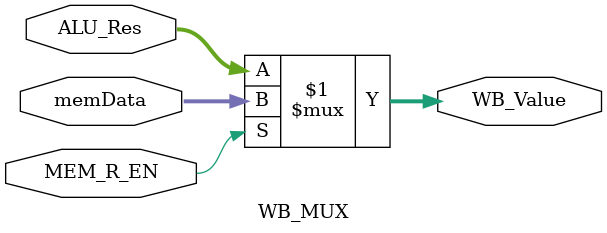
<source format=v>
module WB_MUX (
	input MEM_R_EN,
	input [31:0] ALU_Res, memData,
	output [31:0] WB_Value
);
	assign WB_Value = MEM_R_EN ? memData : ALU_Res;
endmodule
</source>
